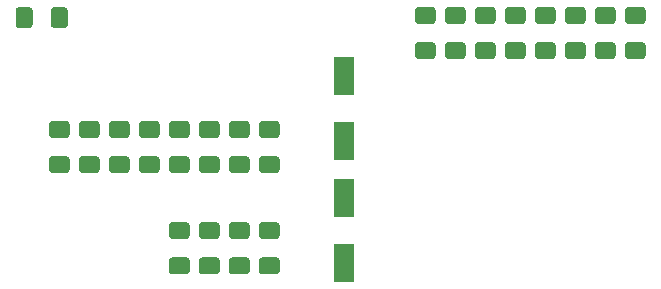
<source format=gbr>
%TF.GenerationSoftware,KiCad,Pcbnew,(5.1.6)-1*%
%TF.CreationDate,2021-03-31T13:13:50-04:00*%
%TF.ProjectId,Freespeed-Clone,46726565-7370-4656-9564-2d436c6f6e65,rev?*%
%TF.SameCoordinates,Original*%
%TF.FileFunction,Paste,Top*%
%TF.FilePolarity,Positive*%
%FSLAX46Y46*%
G04 Gerber Fmt 4.6, Leading zero omitted, Abs format (unit mm)*
G04 Created by KiCad (PCBNEW (5.1.6)-1) date 2021-03-31 13:13:50*
%MOMM*%
%LPD*%
G01*
G04 APERTURE LIST*
%ADD10R,1.700000X3.300000*%
G04 APERTURE END LIST*
%TO.C,R1*%
G36*
G01*
X108735500Y-44841000D02*
X108735500Y-46091000D01*
G75*
G02*
X108485500Y-46341000I-250000J0D01*
G01*
X107560500Y-46341000D01*
G75*
G02*
X107310500Y-46091000I0J250000D01*
G01*
X107310500Y-44841000D01*
G75*
G02*
X107560500Y-44591000I250000J0D01*
G01*
X108485500Y-44591000D01*
G75*
G02*
X108735500Y-44841000I0J-250000D01*
G01*
G37*
G36*
G01*
X111710500Y-44841000D02*
X111710500Y-46091000D01*
G75*
G02*
X111460500Y-46341000I-250000J0D01*
G01*
X110535500Y-46341000D01*
G75*
G02*
X110285500Y-46091000I0J250000D01*
G01*
X110285500Y-44841000D01*
G75*
G02*
X110535500Y-44591000I250000J0D01*
G01*
X111460500Y-44591000D01*
G75*
G02*
X111710500Y-44841000I0J-250000D01*
G01*
G37*
%TD*%
%TO.C,R2*%
G36*
G01*
X141361000Y-44572500D02*
X142611000Y-44572500D01*
G75*
G02*
X142861000Y-44822500I0J-250000D01*
G01*
X142861000Y-45747500D01*
G75*
G02*
X142611000Y-45997500I-250000J0D01*
G01*
X141361000Y-45997500D01*
G75*
G02*
X141111000Y-45747500I0J250000D01*
G01*
X141111000Y-44822500D01*
G75*
G02*
X141361000Y-44572500I250000J0D01*
G01*
G37*
G36*
G01*
X141361000Y-47547500D02*
X142611000Y-47547500D01*
G75*
G02*
X142861000Y-47797500I0J-250000D01*
G01*
X142861000Y-48722500D01*
G75*
G02*
X142611000Y-48972500I-250000J0D01*
G01*
X141361000Y-48972500D01*
G75*
G02*
X141111000Y-48722500I0J250000D01*
G01*
X141111000Y-47797500D01*
G75*
G02*
X141361000Y-47547500I250000J0D01*
G01*
G37*
%TD*%
%TO.C,R3*%
G36*
G01*
X143901000Y-47547500D02*
X145151000Y-47547500D01*
G75*
G02*
X145401000Y-47797500I0J-250000D01*
G01*
X145401000Y-48722500D01*
G75*
G02*
X145151000Y-48972500I-250000J0D01*
G01*
X143901000Y-48972500D01*
G75*
G02*
X143651000Y-48722500I0J250000D01*
G01*
X143651000Y-47797500D01*
G75*
G02*
X143901000Y-47547500I250000J0D01*
G01*
G37*
G36*
G01*
X143901000Y-44572500D02*
X145151000Y-44572500D01*
G75*
G02*
X145401000Y-44822500I0J-250000D01*
G01*
X145401000Y-45747500D01*
G75*
G02*
X145151000Y-45997500I-250000J0D01*
G01*
X143901000Y-45997500D01*
G75*
G02*
X143651000Y-45747500I0J250000D01*
G01*
X143651000Y-44822500D01*
G75*
G02*
X143901000Y-44572500I250000J0D01*
G01*
G37*
%TD*%
%TO.C,R4*%
G36*
G01*
X146441000Y-44572500D02*
X147691000Y-44572500D01*
G75*
G02*
X147941000Y-44822500I0J-250000D01*
G01*
X147941000Y-45747500D01*
G75*
G02*
X147691000Y-45997500I-250000J0D01*
G01*
X146441000Y-45997500D01*
G75*
G02*
X146191000Y-45747500I0J250000D01*
G01*
X146191000Y-44822500D01*
G75*
G02*
X146441000Y-44572500I250000J0D01*
G01*
G37*
G36*
G01*
X146441000Y-47547500D02*
X147691000Y-47547500D01*
G75*
G02*
X147941000Y-47797500I0J-250000D01*
G01*
X147941000Y-48722500D01*
G75*
G02*
X147691000Y-48972500I-250000J0D01*
G01*
X146441000Y-48972500D01*
G75*
G02*
X146191000Y-48722500I0J250000D01*
G01*
X146191000Y-47797500D01*
G75*
G02*
X146441000Y-47547500I250000J0D01*
G01*
G37*
%TD*%
%TO.C,R5*%
G36*
G01*
X148981000Y-47547500D02*
X150231000Y-47547500D01*
G75*
G02*
X150481000Y-47797500I0J-250000D01*
G01*
X150481000Y-48722500D01*
G75*
G02*
X150231000Y-48972500I-250000J0D01*
G01*
X148981000Y-48972500D01*
G75*
G02*
X148731000Y-48722500I0J250000D01*
G01*
X148731000Y-47797500D01*
G75*
G02*
X148981000Y-47547500I250000J0D01*
G01*
G37*
G36*
G01*
X148981000Y-44572500D02*
X150231000Y-44572500D01*
G75*
G02*
X150481000Y-44822500I0J-250000D01*
G01*
X150481000Y-45747500D01*
G75*
G02*
X150231000Y-45997500I-250000J0D01*
G01*
X148981000Y-45997500D01*
G75*
G02*
X148731000Y-45747500I0J250000D01*
G01*
X148731000Y-44822500D01*
G75*
G02*
X148981000Y-44572500I250000J0D01*
G01*
G37*
%TD*%
%TO.C,R6*%
G36*
G01*
X151521000Y-44572500D02*
X152771000Y-44572500D01*
G75*
G02*
X153021000Y-44822500I0J-250000D01*
G01*
X153021000Y-45747500D01*
G75*
G02*
X152771000Y-45997500I-250000J0D01*
G01*
X151521000Y-45997500D01*
G75*
G02*
X151271000Y-45747500I0J250000D01*
G01*
X151271000Y-44822500D01*
G75*
G02*
X151521000Y-44572500I250000J0D01*
G01*
G37*
G36*
G01*
X151521000Y-47547500D02*
X152771000Y-47547500D01*
G75*
G02*
X153021000Y-47797500I0J-250000D01*
G01*
X153021000Y-48722500D01*
G75*
G02*
X152771000Y-48972500I-250000J0D01*
G01*
X151521000Y-48972500D01*
G75*
G02*
X151271000Y-48722500I0J250000D01*
G01*
X151271000Y-47797500D01*
G75*
G02*
X151521000Y-47547500I250000J0D01*
G01*
G37*
%TD*%
%TO.C,R7*%
G36*
G01*
X154061000Y-47547500D02*
X155311000Y-47547500D01*
G75*
G02*
X155561000Y-47797500I0J-250000D01*
G01*
X155561000Y-48722500D01*
G75*
G02*
X155311000Y-48972500I-250000J0D01*
G01*
X154061000Y-48972500D01*
G75*
G02*
X153811000Y-48722500I0J250000D01*
G01*
X153811000Y-47797500D01*
G75*
G02*
X154061000Y-47547500I250000J0D01*
G01*
G37*
G36*
G01*
X154061000Y-44572500D02*
X155311000Y-44572500D01*
G75*
G02*
X155561000Y-44822500I0J-250000D01*
G01*
X155561000Y-45747500D01*
G75*
G02*
X155311000Y-45997500I-250000J0D01*
G01*
X154061000Y-45997500D01*
G75*
G02*
X153811000Y-45747500I0J250000D01*
G01*
X153811000Y-44822500D01*
G75*
G02*
X154061000Y-44572500I250000J0D01*
G01*
G37*
%TD*%
%TO.C,R8*%
G36*
G01*
X156601000Y-44572500D02*
X157851000Y-44572500D01*
G75*
G02*
X158101000Y-44822500I0J-250000D01*
G01*
X158101000Y-45747500D01*
G75*
G02*
X157851000Y-45997500I-250000J0D01*
G01*
X156601000Y-45997500D01*
G75*
G02*
X156351000Y-45747500I0J250000D01*
G01*
X156351000Y-44822500D01*
G75*
G02*
X156601000Y-44572500I250000J0D01*
G01*
G37*
G36*
G01*
X156601000Y-47547500D02*
X157851000Y-47547500D01*
G75*
G02*
X158101000Y-47797500I0J-250000D01*
G01*
X158101000Y-48722500D01*
G75*
G02*
X157851000Y-48972500I-250000J0D01*
G01*
X156601000Y-48972500D01*
G75*
G02*
X156351000Y-48722500I0J250000D01*
G01*
X156351000Y-47797500D01*
G75*
G02*
X156601000Y-47547500I250000J0D01*
G01*
G37*
%TD*%
%TO.C,R9*%
G36*
G01*
X159141000Y-47547500D02*
X160391000Y-47547500D01*
G75*
G02*
X160641000Y-47797500I0J-250000D01*
G01*
X160641000Y-48722500D01*
G75*
G02*
X160391000Y-48972500I-250000J0D01*
G01*
X159141000Y-48972500D01*
G75*
G02*
X158891000Y-48722500I0J250000D01*
G01*
X158891000Y-47797500D01*
G75*
G02*
X159141000Y-47547500I250000J0D01*
G01*
G37*
G36*
G01*
X159141000Y-44572500D02*
X160391000Y-44572500D01*
G75*
G02*
X160641000Y-44822500I0J-250000D01*
G01*
X160641000Y-45747500D01*
G75*
G02*
X160391000Y-45997500I-250000J0D01*
G01*
X159141000Y-45997500D01*
G75*
G02*
X158891000Y-45747500I0J250000D01*
G01*
X158891000Y-44822500D01*
G75*
G02*
X159141000Y-44572500I250000J0D01*
G01*
G37*
%TD*%
%TO.C,R10*%
G36*
G01*
X110373000Y-54224500D02*
X111623000Y-54224500D01*
G75*
G02*
X111873000Y-54474500I0J-250000D01*
G01*
X111873000Y-55399500D01*
G75*
G02*
X111623000Y-55649500I-250000J0D01*
G01*
X110373000Y-55649500D01*
G75*
G02*
X110123000Y-55399500I0J250000D01*
G01*
X110123000Y-54474500D01*
G75*
G02*
X110373000Y-54224500I250000J0D01*
G01*
G37*
G36*
G01*
X110373000Y-57199500D02*
X111623000Y-57199500D01*
G75*
G02*
X111873000Y-57449500I0J-250000D01*
G01*
X111873000Y-58374500D01*
G75*
G02*
X111623000Y-58624500I-250000J0D01*
G01*
X110373000Y-58624500D01*
G75*
G02*
X110123000Y-58374500I0J250000D01*
G01*
X110123000Y-57449500D01*
G75*
G02*
X110373000Y-57199500I250000J0D01*
G01*
G37*
%TD*%
%TO.C,R11*%
G36*
G01*
X112913000Y-57199500D02*
X114163000Y-57199500D01*
G75*
G02*
X114413000Y-57449500I0J-250000D01*
G01*
X114413000Y-58374500D01*
G75*
G02*
X114163000Y-58624500I-250000J0D01*
G01*
X112913000Y-58624500D01*
G75*
G02*
X112663000Y-58374500I0J250000D01*
G01*
X112663000Y-57449500D01*
G75*
G02*
X112913000Y-57199500I250000J0D01*
G01*
G37*
G36*
G01*
X112913000Y-54224500D02*
X114163000Y-54224500D01*
G75*
G02*
X114413000Y-54474500I0J-250000D01*
G01*
X114413000Y-55399500D01*
G75*
G02*
X114163000Y-55649500I-250000J0D01*
G01*
X112913000Y-55649500D01*
G75*
G02*
X112663000Y-55399500I0J250000D01*
G01*
X112663000Y-54474500D01*
G75*
G02*
X112913000Y-54224500I250000J0D01*
G01*
G37*
%TD*%
%TO.C,R12*%
G36*
G01*
X115453000Y-54224500D02*
X116703000Y-54224500D01*
G75*
G02*
X116953000Y-54474500I0J-250000D01*
G01*
X116953000Y-55399500D01*
G75*
G02*
X116703000Y-55649500I-250000J0D01*
G01*
X115453000Y-55649500D01*
G75*
G02*
X115203000Y-55399500I0J250000D01*
G01*
X115203000Y-54474500D01*
G75*
G02*
X115453000Y-54224500I250000J0D01*
G01*
G37*
G36*
G01*
X115453000Y-57199500D02*
X116703000Y-57199500D01*
G75*
G02*
X116953000Y-57449500I0J-250000D01*
G01*
X116953000Y-58374500D01*
G75*
G02*
X116703000Y-58624500I-250000J0D01*
G01*
X115453000Y-58624500D01*
G75*
G02*
X115203000Y-58374500I0J250000D01*
G01*
X115203000Y-57449500D01*
G75*
G02*
X115453000Y-57199500I250000J0D01*
G01*
G37*
%TD*%
%TO.C,R13*%
G36*
G01*
X117993000Y-57199500D02*
X119243000Y-57199500D01*
G75*
G02*
X119493000Y-57449500I0J-250000D01*
G01*
X119493000Y-58374500D01*
G75*
G02*
X119243000Y-58624500I-250000J0D01*
G01*
X117993000Y-58624500D01*
G75*
G02*
X117743000Y-58374500I0J250000D01*
G01*
X117743000Y-57449500D01*
G75*
G02*
X117993000Y-57199500I250000J0D01*
G01*
G37*
G36*
G01*
X117993000Y-54224500D02*
X119243000Y-54224500D01*
G75*
G02*
X119493000Y-54474500I0J-250000D01*
G01*
X119493000Y-55399500D01*
G75*
G02*
X119243000Y-55649500I-250000J0D01*
G01*
X117993000Y-55649500D01*
G75*
G02*
X117743000Y-55399500I0J250000D01*
G01*
X117743000Y-54474500D01*
G75*
G02*
X117993000Y-54224500I250000J0D01*
G01*
G37*
%TD*%
%TO.C,R14*%
G36*
G01*
X120533000Y-57199500D02*
X121783000Y-57199500D01*
G75*
G02*
X122033000Y-57449500I0J-250000D01*
G01*
X122033000Y-58374500D01*
G75*
G02*
X121783000Y-58624500I-250000J0D01*
G01*
X120533000Y-58624500D01*
G75*
G02*
X120283000Y-58374500I0J250000D01*
G01*
X120283000Y-57449500D01*
G75*
G02*
X120533000Y-57199500I250000J0D01*
G01*
G37*
G36*
G01*
X120533000Y-54224500D02*
X121783000Y-54224500D01*
G75*
G02*
X122033000Y-54474500I0J-250000D01*
G01*
X122033000Y-55399500D01*
G75*
G02*
X121783000Y-55649500I-250000J0D01*
G01*
X120533000Y-55649500D01*
G75*
G02*
X120283000Y-55399500I0J250000D01*
G01*
X120283000Y-54474500D01*
G75*
G02*
X120533000Y-54224500I250000J0D01*
G01*
G37*
%TD*%
%TO.C,R15*%
G36*
G01*
X123073000Y-54224500D02*
X124323000Y-54224500D01*
G75*
G02*
X124573000Y-54474500I0J-250000D01*
G01*
X124573000Y-55399500D01*
G75*
G02*
X124323000Y-55649500I-250000J0D01*
G01*
X123073000Y-55649500D01*
G75*
G02*
X122823000Y-55399500I0J250000D01*
G01*
X122823000Y-54474500D01*
G75*
G02*
X123073000Y-54224500I250000J0D01*
G01*
G37*
G36*
G01*
X123073000Y-57199500D02*
X124323000Y-57199500D01*
G75*
G02*
X124573000Y-57449500I0J-250000D01*
G01*
X124573000Y-58374500D01*
G75*
G02*
X124323000Y-58624500I-250000J0D01*
G01*
X123073000Y-58624500D01*
G75*
G02*
X122823000Y-58374500I0J250000D01*
G01*
X122823000Y-57449500D01*
G75*
G02*
X123073000Y-57199500I250000J0D01*
G01*
G37*
%TD*%
%TO.C,R16*%
G36*
G01*
X125613000Y-54224500D02*
X126863000Y-54224500D01*
G75*
G02*
X127113000Y-54474500I0J-250000D01*
G01*
X127113000Y-55399500D01*
G75*
G02*
X126863000Y-55649500I-250000J0D01*
G01*
X125613000Y-55649500D01*
G75*
G02*
X125363000Y-55399500I0J250000D01*
G01*
X125363000Y-54474500D01*
G75*
G02*
X125613000Y-54224500I250000J0D01*
G01*
G37*
G36*
G01*
X125613000Y-57199500D02*
X126863000Y-57199500D01*
G75*
G02*
X127113000Y-57449500I0J-250000D01*
G01*
X127113000Y-58374500D01*
G75*
G02*
X126863000Y-58624500I-250000J0D01*
G01*
X125613000Y-58624500D01*
G75*
G02*
X125363000Y-58374500I0J250000D01*
G01*
X125363000Y-57449500D01*
G75*
G02*
X125613000Y-57199500I250000J0D01*
G01*
G37*
%TD*%
%TO.C,R17*%
G36*
G01*
X128153000Y-57199500D02*
X129403000Y-57199500D01*
G75*
G02*
X129653000Y-57449500I0J-250000D01*
G01*
X129653000Y-58374500D01*
G75*
G02*
X129403000Y-58624500I-250000J0D01*
G01*
X128153000Y-58624500D01*
G75*
G02*
X127903000Y-58374500I0J250000D01*
G01*
X127903000Y-57449500D01*
G75*
G02*
X128153000Y-57199500I250000J0D01*
G01*
G37*
G36*
G01*
X128153000Y-54224500D02*
X129403000Y-54224500D01*
G75*
G02*
X129653000Y-54474500I0J-250000D01*
G01*
X129653000Y-55399500D01*
G75*
G02*
X129403000Y-55649500I-250000J0D01*
G01*
X128153000Y-55649500D01*
G75*
G02*
X127903000Y-55399500I0J250000D01*
G01*
X127903000Y-54474500D01*
G75*
G02*
X128153000Y-54224500I250000J0D01*
G01*
G37*
%TD*%
%TO.C,R18*%
G36*
G01*
X120533000Y-62787500D02*
X121783000Y-62787500D01*
G75*
G02*
X122033000Y-63037500I0J-250000D01*
G01*
X122033000Y-63962500D01*
G75*
G02*
X121783000Y-64212500I-250000J0D01*
G01*
X120533000Y-64212500D01*
G75*
G02*
X120283000Y-63962500I0J250000D01*
G01*
X120283000Y-63037500D01*
G75*
G02*
X120533000Y-62787500I250000J0D01*
G01*
G37*
G36*
G01*
X120533000Y-65762500D02*
X121783000Y-65762500D01*
G75*
G02*
X122033000Y-66012500I0J-250000D01*
G01*
X122033000Y-66937500D01*
G75*
G02*
X121783000Y-67187500I-250000J0D01*
G01*
X120533000Y-67187500D01*
G75*
G02*
X120283000Y-66937500I0J250000D01*
G01*
X120283000Y-66012500D01*
G75*
G02*
X120533000Y-65762500I250000J0D01*
G01*
G37*
%TD*%
%TO.C,R19*%
G36*
G01*
X123073000Y-65762500D02*
X124323000Y-65762500D01*
G75*
G02*
X124573000Y-66012500I0J-250000D01*
G01*
X124573000Y-66937500D01*
G75*
G02*
X124323000Y-67187500I-250000J0D01*
G01*
X123073000Y-67187500D01*
G75*
G02*
X122823000Y-66937500I0J250000D01*
G01*
X122823000Y-66012500D01*
G75*
G02*
X123073000Y-65762500I250000J0D01*
G01*
G37*
G36*
G01*
X123073000Y-62787500D02*
X124323000Y-62787500D01*
G75*
G02*
X124573000Y-63037500I0J-250000D01*
G01*
X124573000Y-63962500D01*
G75*
G02*
X124323000Y-64212500I-250000J0D01*
G01*
X123073000Y-64212500D01*
G75*
G02*
X122823000Y-63962500I0J250000D01*
G01*
X122823000Y-63037500D01*
G75*
G02*
X123073000Y-62787500I250000J0D01*
G01*
G37*
%TD*%
%TO.C,R20*%
G36*
G01*
X125613000Y-62787500D02*
X126863000Y-62787500D01*
G75*
G02*
X127113000Y-63037500I0J-250000D01*
G01*
X127113000Y-63962500D01*
G75*
G02*
X126863000Y-64212500I-250000J0D01*
G01*
X125613000Y-64212500D01*
G75*
G02*
X125363000Y-63962500I0J250000D01*
G01*
X125363000Y-63037500D01*
G75*
G02*
X125613000Y-62787500I250000J0D01*
G01*
G37*
G36*
G01*
X125613000Y-65762500D02*
X126863000Y-65762500D01*
G75*
G02*
X127113000Y-66012500I0J-250000D01*
G01*
X127113000Y-66937500D01*
G75*
G02*
X126863000Y-67187500I-250000J0D01*
G01*
X125613000Y-67187500D01*
G75*
G02*
X125363000Y-66937500I0J250000D01*
G01*
X125363000Y-66012500D01*
G75*
G02*
X125613000Y-65762500I250000J0D01*
G01*
G37*
%TD*%
%TO.C,R21*%
G36*
G01*
X128153000Y-65762500D02*
X129403000Y-65762500D01*
G75*
G02*
X129653000Y-66012500I0J-250000D01*
G01*
X129653000Y-66937500D01*
G75*
G02*
X129403000Y-67187500I-250000J0D01*
G01*
X128153000Y-67187500D01*
G75*
G02*
X127903000Y-66937500I0J250000D01*
G01*
X127903000Y-66012500D01*
G75*
G02*
X128153000Y-65762500I250000J0D01*
G01*
G37*
G36*
G01*
X128153000Y-62787500D02*
X129403000Y-62787500D01*
G75*
G02*
X129653000Y-63037500I0J-250000D01*
G01*
X129653000Y-63962500D01*
G75*
G02*
X129403000Y-64212500I-250000J0D01*
G01*
X128153000Y-64212500D01*
G75*
G02*
X127903000Y-63962500I0J250000D01*
G01*
X127903000Y-63037500D01*
G75*
G02*
X128153000Y-62787500I250000J0D01*
G01*
G37*
%TD*%
D10*
%TO.C,D1*%
X135128000Y-50380000D03*
X135128000Y-55880000D03*
%TD*%
%TO.C,D2*%
X135128000Y-66206000D03*
X135128000Y-60706000D03*
%TD*%
M02*

</source>
